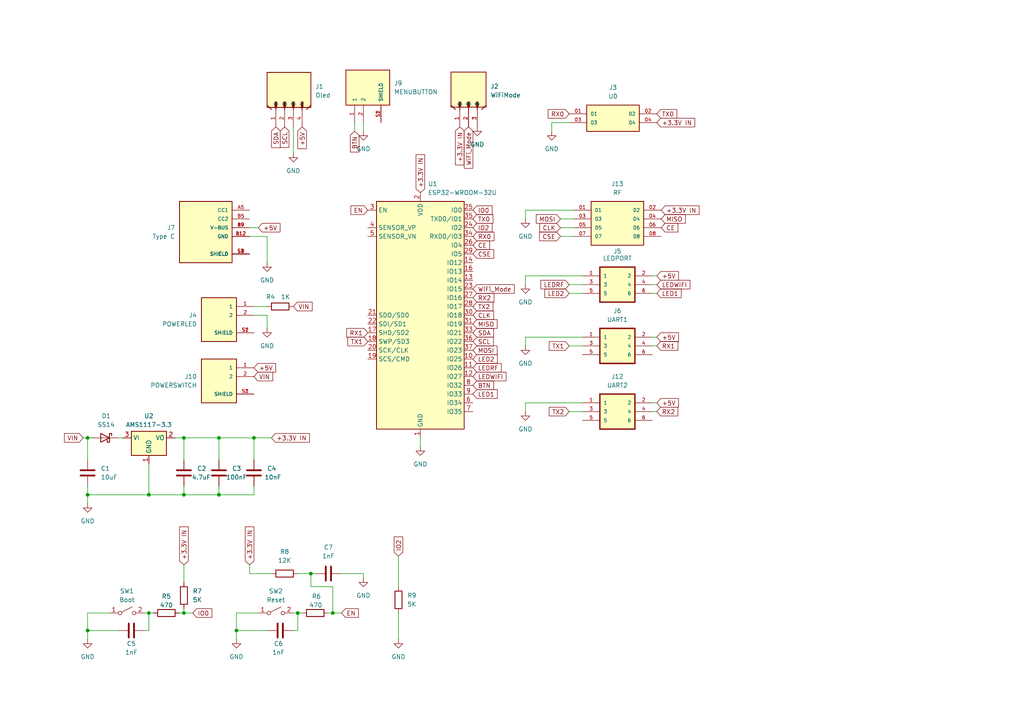
<source format=kicad_sch>
(kicad_sch (version 20231120) (generator "eeschema") (generator_version "8.0")
  (paper "A4")
  (title_block (title "IOT-RF ESP32-WROOM-32U") (date "2024-09-11") (company "Optima Robotics"))
  (lib_symbols
    (symbol "2-1761603-1:2-1761603-1" (pin_names (offset 1.016))
      (property "Reference" "J" (at -5.4277 6.5745 0))
      (property "Value" "2-1761603-1" (at -5.1446 -7.5247 0))
      (symbol "2-1761603-1_0_0"
        (rectangle (start -5.08 -5.08) (end 5.08 5.08) (stroke (width 0.4064)) (fill (type background)))
        (pin passive line (at -10.16 2.54 0) (length 5.08) (name "1") (number "1"))
        (pin passive line (at 10.16 2.54 180) (length 5.08) (name "2") (number "2"))
        (pin passive line (at -10.16 0 0) (length 5.08) (name "3") (number "3"))
        (pin passive line (at 10.16 0 180) (length 5.08) (name "4") (number "4"))
        (pin passive line (at -10.16 -2.54 0) (length 5.08) (name "5") (number "5"))
        (pin passive line (at 10.16 -2.54 180) (length 5.08) (name "6") (number "6"))
      )
    )
    (symbol "DF13A-2P-1.25H_51_:DF13A-2P-1.25H_51_" (pin_names (offset 1.016))
      (property "Reference" "J" (at -5.5856 8.3829 0))
      (property "Value" "DF13A-2P-1.25H_51_" (at -5.4573 -8.6378 0))
      (symbol "DF13A-2P-1.25H_51__0_0"
        (rectangle (start -5.08 -5.08) (end 5.08 7.62) (stroke (width 0.254)) (fill (type background)))
        (pin passive line (at -10.16 5.08 0) (length 5.08) (name "1") (number "1"))
        (pin passive line (at -10.16 2.54 0) (length 5.08) (name "2") (number "2"))
        (pin passive line (at -10.16 -2.54 0) (length 5.08) (name "SHIELD") (number "S1"))
        (pin passive line (at -10.16 -2.54 0) (length 5.08) (name "SHIELD") (number "S2"))
      )
    )
    (symbol "DF13A-3P-1.25H_21_:DF13A-3P-1.25H_21_" (pin_names (offset 1.016))
      (property "Reference" "J" (at -5.58 5.08 0))
      (property "Value" "DF13A-3P-1.25H_21_" (at -5.08 -7.62 0))
      (symbol "DF13A-3P-1.25H_21__0_0"
        (rectangle (start -4.445 -2.8575) (end -2.8575 -2.2225) (stroke (width 0.1)) (fill (type outline)))
        (rectangle (start -4.445 -0.3175) (end -2.8575 0.3175) (stroke (width 0.1)) (fill (type outline)))
        (rectangle (start -4.445 2.2225) (end -2.8575 2.8575) (stroke (width 0.1)) (fill (type outline)))
        (rectangle (start -4.3996 -5.08) (end 5.7604 5.08) (stroke (width 0.254)) (fill (type background)))
        (polyline (pts (xy -5.08 -3.81) (xy -3.81 -5.08)) (stroke (width 0.254)))
        (polyline (pts (xy -5.08 -2.54) (xy -3.175 -2.54)) (stroke (width 0.254)))
        (polyline (pts (xy -5.08 0) (xy -3.175 0)) (stroke (width 0.254)))
        (polyline (pts (xy -5.08 2.54) (xy -3.175 2.54)) (stroke (width 0.254)))
        (polyline (pts (xy -5.08 3.81) (xy -3.81 5.08)) (stroke (width 0.254)))
        (pin passive line (at -10.16 2.54 0) (length 5.08) (name "1") (number "1"))
        (pin passive line (at -10.16 0 0) (length 5.08) (name "2") (number "2"))
        (pin passive line (at -10.16 -2.54 0) (length 5.08) (name "3") (number "3"))
      )
    )
    (symbol "DF13A-4P-1.25H_21_:DF13A-4P-1.25H_21_" (pin_names (offset 1.016))
      (property "Reference" "J" (at -5.58 7.62 0))
      (property "Value" "DF13A-4P-1.25H_21_" (at -5.08 -7.62 0))
      (symbol "DF13A-4P-1.25H_21__0_0"
        (rectangle (start -4.4847 -5.08) (end 5.6753 7.62) (stroke (width 0.254)) (fill (type background)))
        (rectangle (start -4.445 -2.8575) (end -2.8575 -2.2225) (stroke (width 0.1)) (fill (type outline)))
        (rectangle (start -4.445 -0.3175) (end -2.8575 0.3175) (stroke (width 0.1)) (fill (type outline)))
        (rectangle (start -4.445 2.2225) (end -2.8575 2.8575) (stroke (width 0.1)) (fill (type outline)))
        (rectangle (start -4.445 4.7625) (end -2.8575 5.3975) (stroke (width 0.1)) (fill (type outline)))
        (polyline (pts (xy -5.08 -3.81) (xy -3.81 -5.08)) (stroke (width 0.254)))
        (polyline (pts (xy -5.08 -2.54) (xy -3.175 -2.54)) (stroke (width 0.254)))
        (polyline (pts (xy -5.08 0) (xy -3.175 0)) (stroke (width 0.254)))
        (polyline (pts (xy -5.08 2.54) (xy -3.175 2.54)) (stroke (width 0.254)))
        (polyline (pts (xy -5.08 5.08) (xy -3.175 5.08)) (stroke (width 0.254)))
        (polyline (pts (xy -5.08 6.35) (xy -3.81 7.62)) (stroke (width 0.254)))
        (pin passive line (at -10.16 5.08 0) (length 5.08) (name "1") (number "1"))
        (pin passive line (at -10.16 2.54 0) (length 5.08) (name "2") (number "2"))
        (pin passive line (at -10.16 0 0) (length 5.08) (name "3") (number "3"))
        (pin passive line (at -10.16 -2.54 0) (length 5.08) (name "4") (number "4"))
      )
    )
    (symbol "Device:C" (pin_numbers hide) (pin_names (offset 0.254))
      (property "Reference" "C" (at 0.635 2.54 0))
      (property "Value" "C" (at 0.635 -2.54 0))
      (symbol "C_0_1"
        (polyline (pts (xy -2.032 -0.762) (xy 2.032 -0.762)) (stroke (width 0.508)))
        (polyline (pts (xy -2.032 0.762) (xy 2.032 0.762)) (stroke (width 0.508)))
      )
      (symbol "C_1_1"
        (pin passive line (at 0 3.81 270) (length 2.794) (name "~") (number "1"))
        (pin passive line (at 0 -3.81 90) (length 2.794) (name "~") (number "2"))
      )
    )
    (symbol "Device:R" (pin_numbers hide) (pin_names (offset 0))
      (property "Reference" "R" (at 2.032 0 90))
      (property "Value" "R" (at 0 0 90))
      (symbol "R_0_1"
        (rectangle (start -1.016 -2.54) (end 1.016 2.54) (stroke (width 0.254)))
      )
      (symbol "R_1_1"
        (pin passive line (at 0 3.81 270) (length 1.27) (name "~") (number "1"))
        (pin passive line (at 0 -3.81 90) (length 1.27) (name "~") (number "2"))
      )
    )
    (symbol "Diode:SS14" (pin_numbers hide) (pin_names (offset 1.016) hide)
      (property "Reference" "D" (at 0 2.54 0))
      (property "Value" "SS14" (at 0 -2.54 0))
      (symbol "SS14_0_1"
        (polyline (pts (xy 1.27 0) (xy -1.27 0)))
        (polyline (pts (xy 1.27 1.27) (xy 1.27 -1.27) (xy -1.27 0) (xy 1.27 1.27)) (stroke (width 0.254)))
        (polyline (pts (xy -1.905 0.635) (xy -1.905 1.27) (xy -1.27 1.27) (xy -1.27 -1.27) (xy -0.635 -1.27) (xy -0.635 -0.635)) (stroke (width 0.254)))
      )
      (symbol "SS14_1_1"
        (pin passive line (at -3.81 0 0) (length 2.54) (name "K") (number "1"))
        (pin passive line (at 3.81 0 180) (length 2.54) (name "A") (number "2"))
      )
    )
    (symbol "RF_Module:ESP32-WROOM-32U"
      (property "Reference" "U" (at -12.7 34.29 0))
      (property "Value" "ESP32-WROOM-32U" (at 1.27 34.29 0))
      (symbol "ESP32-WROOM-32U_0_1"
        (rectangle (start -12.7 33.02) (end 12.7 -33.02) (stroke (width 0.254)) (fill (type background)))
      )
      (symbol "ESP32-WROOM-32U_1_1"
        (pin power_in line (at 0 -35.56 90) (length 2.54) (name "GND") (number "1"))
        (pin bidirectional line (at 15.24 -12.7 180) (length 2.54) (name "IO25") (number "10"))
        (pin bidirectional line (at 15.24 -15.24 180) (length 2.54) (name "IO26") (number "11"))
        (pin bidirectional line (at 15.24 -17.78 180) (length 2.54) (name "IO27") (number "12"))
        (pin bidirectional line (at 15.24 10.16 180) (length 2.54) (name "IO14") (number "13"))
        (pin bidirectional line (at 15.24 15.24 180) (length 2.54) (name "IO12") (number "14"))
        (pin passive line (at 0 -35.56 90) (length 2.54) hide (name "GND") (number "15"))
        (pin bidirectional line (at 15.24 12.7 180) (length 2.54) (name "IO13") (number "16"))
        (pin bidirectional line (at -15.24 -5.08 0) (length 2.54) (name "SHD/SD2") (number "17"))
        (pin bidirectional line (at -15.24 -7.62 0) (length 2.54) (name "SWP/SD3") (number "18"))
        (pin bidirectional line (at -15.24 -12.7 0) (length 2.54) (name "SCS/CMD") (number "19"))
        (pin power_in line (at 0 35.56 270) (length 2.54) (name "VDD") (number "2"))
        (pin bidirectional line (at -15.24 -10.16 0) (length 2.54) (name "SCK/CLK") (number "20"))
        (pin bidirectional line (at -15.24 0 0) (length 2.54) (name "SDO/SD0") (number "21"))
        (pin bidirectional line (at -15.24 -2.54 0) (length 2.54) (name "SDI/SD1") (number "22"))
        (pin bidirectional line (at 15.24 7.62 180) (length 2.54) (name "IO15") (number "23"))
        (pin bidirectional line (at 15.24 25.4 180) (length 2.54) (name "IO2") (number "24"))
        (pin bidirectional line (at 15.24 30.48 180) (length 2.54) (name "IO0") (number "25"))
        (pin bidirectional line (at 15.24 20.32 180) (length 2.54) (name "IO4") (number "26"))
        (pin bidirectional line (at 15.24 5.08 180) (length 2.54) (name "IO16") (number "27"))
        (pin bidirectional line (at 15.24 2.54 180) (length 2.54) (name "IO17") (number "28"))
        (pin bidirectional line (at 15.24 17.78 180) (length 2.54) (name "IO5") (number "29"))
        (pin input line (at -15.24 30.48 0) (length 2.54) (name "EN") (number "3"))
        (pin bidirectional line (at 15.24 0 180) (length 2.54) (name "IO18") (number "30"))
        (pin bidirectional line (at 15.24 -2.54 180) (length 2.54) (name "IO19") (number "31"))
        (pin no_connect line (at -12.7 -27.94 0) (length 2.54) hide (name "NC") (number "32"))
        (pin bidirectional line (at 15.24 -5.08 180) (length 2.54) (name "IO21") (number "33"))
        (pin bidirectional line (at 15.24 22.86 180) (length 2.54) (name "RXD0/IO3") (number "34"))
        (pin bidirectional line (at 15.24 27.94 180) (length 2.54) (name "TXD0/IO1") (number "35"))
        (pin bidirectional line (at 15.24 -7.62 180) (length 2.54) (name "IO22") (number "36"))
        (pin bidirectional line (at 15.24 -10.16 180) (length 2.54) (name "IO23") (number "37"))
        (pin passive line (at 0 -35.56 90) (length 2.54) hide (name "GND") (number "38"))
        (pin passive line (at 0 -35.56 90) (length 2.54) hide (name "GND") (number "39"))
        (pin input line (at -15.24 25.4 0) (length 2.54) (name "SENSOR_VP") (number "4"))
        (pin input line (at -15.24 22.86 0) (length 2.54) (name "SENSOR_VN") (number "5"))
        (pin input line (at 15.24 -25.4 180) (length 2.54) (name "IO34") (number "6"))
        (pin input line (at 15.24 -27.94 180) (length 2.54) (name "IO35") (number "7"))
        (pin bidirectional line (at 15.24 -20.32 180) (length 2.54) (name "IO32") (number "8"))
        (pin bidirectional line (at 15.24 -22.86 180) (length 2.54) (name "IO33") (number "9"))
      )
    )
    (symbol "RSM-102-02-S-D:RSM-102-02-S-D" (pin_names (offset 1.016))
      (property "Reference" "J" (at -8.12 3.656 0))
      (property "Value" "RSM-102-02-S-D" (at -7.62 -7.62 0))
      (symbol "RSM-102-02-S-D_0_0"
        (rectangle (start -7.62 -5.08) (end 7.62 2.54) (stroke (width 0.254)) (fill (type background)))
        (pin passive line (at -12.7 0 0) (length 5.08) (name "01") (number "01"))
        (pin passive line (at 12.7 0 180) (length 5.08) (name "02") (number "02"))
        (pin passive line (at -12.7 -2.54 0) (length 5.08) (name "03") (number "03"))
        (pin passive line (at 12.7 -2.54 180) (length 5.08) (name "04") (number "04"))
      )
    )
    (symbol "Regulator_Linear:AMS1117-3.3"
      (property "Reference" "U" (at -3.81 3.175 0))
      (property "Value" "AMS1117-3.3" (at 0 3.175 0))
      (symbol "AMS1117-3.3_0_1"
        (rectangle (start -5.08 -5.08) (end 5.08 1.905) (stroke (width 0.254)) (fill (type background)))
      )
      (symbol "AMS1117-3.3_1_1"
        (pin power_in line (at 0 -7.62 90) (length 2.54) (name "GND") (number "1"))
        (pin power_out line (at 7.62 0 180) (length 2.54) (name "VO") (number "2"))
        (pin power_in line (at -7.62 0 0) (length 2.54) (name "VI") (number "3"))
      )
    )
    (symbol "Switch:SW_SPST" (pin_names (offset 0) hide)
      (property "Reference" "SW" (at 0 3.175 0))
      (property "Value" "SW_SPST" (at 0 -2.54 0))
      (symbol "SW_SPST_0_0"
        (circle (center -2.032 0) (radius 0.508))
        (polyline (pts (xy -1.524 0.254) (xy 1.524 1.778)))
        (circle (center 2.032 0) (radius 0.508))
      )
      (symbol "SW_SPST_1_1"
        (pin passive line (at -5.08 0 0) (length 2.54) (name "A") (number "1"))
        (pin passive line (at 5.08 0 180) (length 2.54) (name "B") (number "2"))
      )
    )
    (symbol "TSS-104-01-G-D:TSS-104-01-G-D" (pin_names (offset 1.016))
      (property "Reference" "J" (at -8.12 7.62 0))
      (property "Value" "TSS-104-01-G-D" (at -7.62 -7.62 0))
      (symbol "TSS-104-01-G-D_0_0"
        (rectangle (start -7.62 -5.08) (end 7.62 7.62) (stroke (width 0.254)) (fill (type background)))
        (pin passive line (at -12.7 5.08 0) (length 5.08) (name "01") (number "01"))
        (pin passive line (at 12.7 5.08 180) (length 5.08) (name "02") (number "02"))
        (pin passive line (at -12.7 2.54 0) (length 5.08) (name "03") (number "03"))
        (pin passive line (at 12.7 2.54 180) (length 5.08) (name "04") (number "04"))
        (pin passive line (at -12.7 0 0) (length 5.08) (name "05") (number "05"))
        (pin passive line (at 12.7 0 180) (length 5.08) (name "06") (number "06"))
        (pin passive line (at -12.7 -2.54 0) (length 5.08) (name "07") (number "07"))
        (pin passive line (at 12.7 -2.54 180) (length 5.08) (name "08") (number "08"))
      )
    )
    (symbol "UJC-HP-3-SMT-TR:UJC-HP-3-SMT-TR" (pin_names (offset 1.016))
      (property "Reference" "J" (at -7.62 8.89 0))
      (property "Value" "UJC-HP-3-SMT-TR" (at -7.62 -11.43 0))
      (symbol "UJC-HP-3-SMT-TR_0_0"
        (rectangle (start -7.62 -10.16) (end 7.62 7.62) (stroke (width 0.254)) (fill (type background)))
        (pin power_in line (at -12.7 -2.54 0) (length 5.08) (name "GND") (number "A12"))
        (pin bidirectional line (at -12.7 5.08 0) (length 5.08) (name "CC1") (number "A5"))
        (pin power_in line (at -12.7 0 0) (length 5.08) (name "V-BUS") (number "A9"))
        (pin power_in line (at -12.7 -2.54 0) (length 5.08) (name "GND") (number "B12"))
        (pin bidirectional line (at -12.7 2.54 0) (length 5.08) (name "CC2") (number "B5"))
        (pin power_in line (at -12.7 0 0) (length 5.08) (name "V-BUS") (number "B9"))
        (pin passive line (at -12.7 -7.62 0) (length 5.08) (name "SHIELD") (number "S1"))
        (pin passive line (at -12.7 -7.62 0) (length 5.08) (name "SHIELD") (number "S2"))
        (pin passive line (at -12.7 -7.62 0) (length 5.08) (name "SHIELD") (number "S3"))
        (pin passive line (at -12.7 -7.62 0) (length 5.08) (name "SHIELD") (number "S4"))
      )
    )
    (symbol "power:GND" (power) (pin_numbers hide) (pin_names (offset 0) hide)
      (property "Value" "GND" (at 0 -3.81 0))
      (symbol "GND_0_1"
        (polyline (pts (xy 0 0) (xy 0 -1.27) (xy 1.27 -1.27) (xy 0 -2.54) (xy -1.27 -1.27) (xy 0 -1.27)))
      )
      (symbol "GND_1_1"
        (pin power_in line (at 0 0 270) (length 0) (name "~") (number "1"))
      )
    )
  )
  (junction (at 43.18 177.8))
  (junction (at 25.4 127))
  (junction (at 63.5 143.51))
  (junction (at 53.34 143.51))
  (junction (at 73.66 127))
  (junction (at 96.52 177.8))
  (junction (at 53.34 177.8))
  (junction (at 25.4 143.51))
  (junction (at 68.58 182.88))
  (junction (at 90.17 166.37))
  (junction (at 86.36 177.8))
  (junction (at 25.4 182.88))
  (junction (at 43.18 143.51))
  (junction (at 53.34 127))
  (junction (at 63.5 127))
  (wire (pts (xy 25.4 127) (xy 26.67 127)))
  (wire (pts (xy 168.91 119.38) (xy 165.1 119.38)))
  (wire (pts (xy 72.39 166.37) (xy 78.74 166.37)))
  (wire (pts (xy 73.66 140.97) (xy 73.66 143.51)))
  (wire (pts (xy 168.91 82.55) (xy 165.1 82.55)))
  (wire (pts (xy 63.5 127) (xy 73.66 127)))
  (wire (pts (xy 25.4 127) (xy 25.4 133.35)))
  (wire (pts (xy 73.66 91.44) (xy 77.47 91.44)))
  (wire (pts (xy 53.34 177.8) (xy 52.07 177.8)))
  (wire (pts (xy 90.17 166.37) (xy 91.44 166.37)))
  (wire (pts (xy 85.09 44.45) (xy 85.09 36.83)))
  (wire (pts (xy 166.37 63.5) (xy 162.56 63.5)))
  (wire (pts (xy 77.47 91.44) (xy 77.47 95.25)))
  (wire (pts (xy 152.4 60.96) (xy 166.37 60.96)))
  (wire (pts (xy 63.5 143.51) (xy 73.66 143.51)))
  (wire (pts (xy 31.75 177.8) (xy 25.4 177.8)))
  (wire (pts (xy 43.18 134.62) (xy 43.18 143.51)))
  (wire (pts (xy 160.02 35.56) (xy 165.1 35.56)))
  (wire (pts (xy 105.41 166.37) (xy 105.41 167.64)))
  (wire (pts (xy 160.02 38.1) (xy 160.02 35.56)))
  (wire (pts (xy 90.17 166.37) (xy 90.17 170.18)))
  (wire (pts (xy 43.18 143.51) (xy 53.34 143.51)))
  (wire (pts (xy 121.92 127) (xy 121.92 129.54)))
  (wire (pts (xy 96.52 170.18) (xy 96.52 177.8)))
  (wire (pts (xy 25.4 177.8) (xy 25.4 182.88)))
  (wire (pts (xy 68.58 182.88) (xy 77.47 182.88)))
  (wire (pts (xy 115.57 177.8) (xy 115.57 185.42)))
  (wire (pts (xy 85.09 182.88) (xy 86.36 182.88)))
  (wire (pts (xy 90.17 170.18) (xy 96.52 170.18)))
  (wire (pts (xy 43.18 177.8) (xy 44.45 177.8)))
  (wire (pts (xy 53.34 127) (xy 53.34 133.35)))
  (wire (pts (xy 168.91 100.33) (xy 165.1 100.33)))
  (wire (pts (xy 63.5 127) (xy 53.34 127)))
  (wire (pts (xy 53.34 176.53) (xy 53.34 177.8)))
  (wire (pts (xy 53.34 143.51) (xy 53.34 140.97)))
  (wire (pts (xy 189.23 100.33) (xy 190.5 100.33)))
  (wire (pts (xy 73.66 88.9) (xy 77.47 88.9)))
  (wire (pts (xy 72.39 163.83) (xy 72.39 166.37)))
  (wire (pts (xy 152.4 82.55) (xy 152.4 80.01)))
  (wire (pts (xy 99.06 166.37) (xy 105.41 166.37)))
  (wire (pts (xy 152.4 80.01) (xy 168.91 80.01)))
  (wire (pts (xy 86.36 182.88) (xy 86.36 177.8)))
  (wire (pts (xy 53.34 163.83) (xy 53.34 168.91)))
  (wire (pts (xy 25.4 182.88) (xy 25.4 185.42)))
  (wire (pts (xy 24.13 127) (xy 25.4 127)))
  (wire (pts (xy 86.36 177.8) (xy 87.63 177.8)))
  (wire (pts (xy 152.4 63.5) (xy 152.4 60.96)))
  (wire (pts (xy 189.23 116.84) (xy 190.5 116.84)))
  (wire (pts (xy 102.87 35.56) (xy 102.87 38.1)))
  (wire (pts (xy 41.91 177.8) (xy 43.18 177.8)))
  (wire (pts (xy 168.91 85.09) (xy 165.1 85.09)))
  (wire (pts (xy 55.88 177.8) (xy 53.34 177.8)))
  (wire (pts (xy 168.91 116.84) (xy 152.4 116.84)))
  (wire (pts (xy 73.66 127) (xy 73.66 133.35)))
  (wire (pts (xy 189.23 97.79) (xy 190.5 97.79)))
  (wire (pts (xy 189.23 119.38) (xy 190.5 119.38)))
  (wire (pts (xy 168.91 97.79) (xy 152.4 97.79)))
  (wire (pts (xy 189.23 82.55) (xy 190.5 82.55)))
  (wire (pts (xy 99.06 177.8) (xy 96.52 177.8)))
  (wire (pts (xy 152.4 97.79) (xy 152.4 100.33)))
  (wire (pts (xy 68.58 182.88) (xy 68.58 185.42)))
  (wire (pts (xy 86.36 166.37) (xy 90.17 166.37)))
  (wire (pts (xy 166.37 68.58) (xy 162.56 68.58)))
  (wire (pts (xy 34.29 127) (xy 35.56 127)))
  (wire (pts (xy 63.5 140.97) (xy 63.5 143.51)))
  (wire (pts (xy 105.41 35.56) (xy 105.41 38.1)))
  (wire (pts (xy 72.39 66.04) (xy 74.93 66.04)))
  (wire (pts (xy 63.5 143.51) (xy 53.34 143.51)))
  (wire (pts (xy 50.8 127) (xy 53.34 127)))
  (wire (pts (xy 77.47 68.58) (xy 77.47 76.2)))
  (wire (pts (xy 152.4 116.84) (xy 152.4 119.38)))
  (wire (pts (xy 41.91 182.88) (xy 43.18 182.88)))
  (wire (pts (xy 63.5 133.35) (xy 63.5 127)))
  (wire (pts (xy 189.23 80.01) (xy 190.5 80.01)))
  (wire (pts (xy 25.4 143.51) (xy 25.4 146.05)))
  (wire (pts (xy 96.52 177.8) (xy 95.25 177.8)))
  (wire (pts (xy 43.18 182.88) (xy 43.18 177.8)))
  (wire (pts (xy 74.93 177.8) (xy 68.58 177.8)))
  (wire (pts (xy 25.4 143.51) (xy 43.18 143.51)))
  (wire (pts (xy 25.4 182.88) (xy 34.29 182.88)))
  (wire (pts (xy 73.66 127) (xy 78.74 127)))
  (wire (pts (xy 85.09 177.8) (xy 86.36 177.8)))
  (wire (pts (xy 68.58 177.8) (xy 68.58 182.88)))
  (wire (pts (xy 166.37 66.04) (xy 162.56 66.04)))
  (wire (pts (xy 72.39 68.58) (xy 77.47 68.58)))
  (wire (pts (xy 25.4 140.97) (xy 25.4 143.51)))
  (wire (pts (xy 189.23 85.09) (xy 190.5 85.09)))
  (wire (pts (xy 115.57 161.29) (xy 115.57 170.18)))
  (global_label "SDA" (shape input) (at 80.01 36.83 270) (property "Intersheetrefs" "${INTERSHEET_REFS}" (effects (hide yes))))
  (global_label "RX2" (shape input) (at 190.5 119.38 0) (property "Intersheetrefs" "${INTERSHEET_REFS}" (effects (hide yes))))
  (global_label "EN" (shape input) (at 99.06 177.8 0) (property "Intersheetrefs" "${INTERSHEET_REFS}" (effects (hide yes))))
  (global_label "+3.3V IN" (shape input) (at 190.5 35.56 0) (property "Intersheetrefs" "${INTERSHEET_REFS}" (effects (hide yes))))
  (global_label "+5V" (shape input) (at 74.93 66.04 0) (property "Intersheetrefs" "${INTERSHEET_REFS}" (effects (hide yes))))
  (global_label "+5V" (shape input) (at 73.66 106.68 0) (property "Intersheetrefs" "${INTERSHEET_REFS}" (effects (hide yes))))
  (global_label "LED2" (shape input) (at 165.1 85.09 180) (property "Intersheetrefs" "${INTERSHEET_REFS}" (effects (hide yes))))
  (global_label "TX2" (shape input) (at 137.16 88.9 0) (property "Intersheetrefs" "${INTERSHEET_REFS}" (effects (hide yes))))
  (global_label "LEDWIFI" (shape input) (at 190.5 82.55 0) (property "Intersheetrefs" "${INTERSHEET_REFS}" (effects (hide yes))))
  (global_label "CE" (shape input) (at 137.16 71.12 0) (property "Intersheetrefs" "${INTERSHEET_REFS}" (effects (hide yes))))
  (global_label "+3.3V IN" (shape input) (at 191.77 60.96 0) (property "Intersheetrefs" "${INTERSHEET_REFS}" (effects (hide yes))))
  (global_label "WiFi_Mode" (shape input) (at 135.89 36.83 270) (property "Intersheetrefs" "${INTERSHEET_REFS}" (effects (hide yes))))
  (global_label "RX2" (shape input) (at 137.16 86.36 0) (property "Intersheetrefs" "${INTERSHEET_REFS}" (effects (hide yes))))
  (global_label "CLK" (shape input) (at 137.16 91.44 0) (property "Intersheetrefs" "${INTERSHEET_REFS}" (effects (hide yes))))
  (global_label "CE" (shape input) (at 191.77 66.04 0) (property "Intersheetrefs" "${INTERSHEET_REFS}" (effects (hide yes))))
  (global_label "RX1" (shape input) (at 106.68 96.52 180) (property "Intersheetrefs" "${INTERSHEET_REFS}" (effects (hide yes))))
  (global_label "VIN" (shape input) (at 73.66 109.22 0) (property "Intersheetrefs" "${INTERSHEET_REFS}" (effects (hide yes))))
  (global_label "RX0" (shape input) (at 137.16 68.58 0) (property "Intersheetrefs" "${INTERSHEET_REFS}" (effects (hide yes))))
  (global_label "MOSI" (shape input) (at 162.56 63.5 180) (property "Intersheetrefs" "${INTERSHEET_REFS}" (effects (hide yes))))
  (global_label "+5V" (shape input) (at 190.5 116.84 0) (property "Intersheetrefs" "${INTERSHEET_REFS}" (effects (hide yes))))
  (global_label "LEDRF" (shape input) (at 165.1 82.55 180) (property "Intersheetrefs" "${INTERSHEET_REFS}" (effects (hide yes))))
  (global_label "LED2" (shape input) (at 137.16 104.14 0) (property "Intersheetrefs" "${INTERSHEET_REFS}" (effects (hide yes))))
  (global_label "LED1" (shape input) (at 190.5 85.09 0) (property "Intersheetrefs" "${INTERSHEET_REFS}" (effects (hide yes))))
  (global_label "SCL" (shape input) (at 82.55 36.83 270) (property "Intersheetrefs" "${INTERSHEET_REFS}" (effects (hide yes))))
  (global_label "+3.3V IN" (shape input) (at 121.92 55.88 90) (property "Intersheetrefs" "${INTERSHEET_REFS}" (effects (hide yes))))
  (global_label "SCL" (shape input) (at 137.16 99.06 0) (property "Intersheetrefs" "${INTERSHEET_REFS}" (effects (hide yes))))
  (global_label "TX0" (shape input) (at 190.5 33.02 0) (property "Intersheetrefs" "${INTERSHEET_REFS}" (effects (hide yes))))
  (global_label "+5V" (shape input) (at 190.5 97.79 0) (property "Intersheetrefs" "${INTERSHEET_REFS}" (effects (hide yes))))
  (global_label "RX1" (shape input) (at 190.5 100.33 0) (property "Intersheetrefs" "${INTERSHEET_REFS}" (effects (hide yes))))
  (global_label "CLK" (shape input) (at 162.56 66.04 180) (property "Intersheetrefs" "${INTERSHEET_REFS}" (effects (hide yes))))
  (global_label "IO2" (shape input) (at 115.57 161.29 90) (property "Intersheetrefs" "${INTERSHEET_REFS}" (effects (hide yes))))
  (global_label "TX2" (shape input) (at 165.1 119.38 180) (property "Intersheetrefs" "${INTERSHEET_REFS}" (effects (hide yes))))
  (global_label "+3.3V IN" (shape input) (at 53.34 163.83 90) (property "Intersheetrefs" "${INTERSHEET_REFS}" (effects (hide yes))))
  (global_label "IO0" (shape input) (at 55.88 177.8 0) (property "Intersheetrefs" "${INTERSHEET_REFS}" (effects (hide yes))))
  (global_label "MISO" (shape input) (at 137.16 93.98 0) (property "Intersheetrefs" "${INTERSHEET_REFS}" (effects (hide yes))))
  (global_label "IO2" (shape input) (at 137.16 66.04 0) (property "Intersheetrefs" "${INTERSHEET_REFS}" (effects (hide yes))))
  (global_label "LEDRF" (shape input) (at 137.16 106.68 0) (property "Intersheetrefs" "${INTERSHEET_REFS}" (effects (hide yes))))
  (global_label "IO0" (shape input) (at 137.16 60.96 0) (property "Intersheetrefs" "${INTERSHEET_REFS}" (effects (hide yes))))
  (global_label "TX0" (shape input) (at 137.16 63.5 0) (property "Intersheetrefs" "${INTERSHEET_REFS}" (effects (hide yes))))
  (global_label "EN" (shape input) (at 106.68 60.96 180) (property "Intersheetrefs" "${INTERSHEET_REFS}" (effects (hide yes))))
  (global_label "BTN" (shape input) (at 102.87 38.1 270) (property "Intersheetrefs" "${INTERSHEET_REFS}" (effects (hide yes))))
  (global_label "CSE" (shape input) (at 162.56 68.58 180) (property "Intersheetrefs" "${INTERSHEET_REFS}" (effects (hide yes))))
  (global_label "+5V" (shape input) (at 87.63 36.83 270) (property "Intersheetrefs" "${INTERSHEET_REFS}" (effects (hide yes))))
  (global_label "RX0" (shape input) (at 165.1 33.02 180) (property "Intersheetrefs" "${INTERSHEET_REFS}" (effects (hide yes))))
  (global_label "LEDWIFI" (shape input) (at 137.16 109.22 0) (property "Intersheetrefs" "${INTERSHEET_REFS}" (effects (hide yes))))
  (global_label "TX1" (shape input) (at 165.1 100.33 180) (property "Intersheetrefs" "${INTERSHEET_REFS}" (effects (hide yes))))
  (global_label "LED1" (shape input) (at 137.16 114.3 0) (property "Intersheetrefs" "${INTERSHEET_REFS}" (effects (hide yes))))
  (global_label "+3.3V IN" (shape input) (at 133.35 36.83 270) (property "Intersheetrefs" "${INTERSHEET_REFS}" (effects (hide yes))))
  (global_label "WiFi_Mode" (shape input) (at 137.16 83.82 0) (property "Intersheetrefs" "${INTERSHEET_REFS}" (effects (hide yes))))
  (global_label "MOSI" (shape input) (at 137.16 101.6 0) (property "Intersheetrefs" "${INTERSHEET_REFS}" (effects (hide yes))))
  (global_label "CSE" (shape input) (at 137.16 73.66 0) (property "Intersheetrefs" "${INTERSHEET_REFS}" (effects (hide yes))))
  (global_label "SDA" (shape input) (at 137.16 96.52 0) (property "Intersheetrefs" "${INTERSHEET_REFS}" (effects (hide yes))))
  (global_label "BTN" (shape input) (at 137.16 111.76 0) (property "Intersheetrefs" "${INTERSHEET_REFS}" (effects (hide yes))))
  (global_label "+3.3V IN" (shape input) (at 78.74 127 0) (property "Intersheetrefs" "${INTERSHEET_REFS}" (effects (hide yes))))
  (global_label "VIN" (shape input) (at 24.13 127 180) (property "Intersheetrefs" "${INTERSHEET_REFS}" (effects (hide yes))))
  (global_label "VIN" (shape input) (at 85.09 88.9 0) (property "Intersheetrefs" "${INTERSHEET_REFS}" (effects (hide yes))))
  (global_label "TX1" (shape input) (at 106.68 99.06 180) (property "Intersheetrefs" "${INTERSHEET_REFS}" (effects (hide yes))))
  (global_label "MISO" (shape input) (at 191.77 63.5 0) (property "Intersheetrefs" "${INTERSHEET_REFS}" (effects (hide yes))))
  (global_label "+3.3V IN" (shape input) (at 72.39 163.83 90) (property "Intersheetrefs" "${INTERSHEET_REFS}" (effects (hide yes))))
  (global_label "+5V" (shape input) (at 190.5 80.01 0) (property "Intersheetrefs" "${INTERSHEET_REFS}" (effects (hide yes))))
  (symbol (lib_id "power:GND") (at 152.4 119.38 0) (unit 1)
    (property "Reference" "#PWR014" (effects (hide yes)))
    (property "Value" "GND" (at 152.4 124.46 0))
    (property "Description" "Power symbol creates a global label with name \"GND\" , ground" (effects (hide yes)))
  )
  (symbol (lib_id "Device:R") (at 115.57 173.99 0) (unit 1)
    (property "Reference" "R9" (at 118.11 172.7199 0) (effects (justify left)))
    (property "Value" "5K" (at 118.11 175.2599 0) (effects (justify left)))
    (property "Footprint" "Resistor_SMD:R_0805_2012Metric" (effects (hide yes)))
    (property "Description" "Resistor" (effects (hide yes)))
  )
  (symbol (lib_id "Device:R") (at 48.26 177.8 270) (unit 1)
    (property "Reference" "R5" (at 48.26 172.974 90))
    (property "Value" "470" (at 48.26 175.514 90))
    (property "Footprint" "Resistor_SMD:R_0805_2012Metric_Pad1.20x1.40mm_HandSolder" (effects (hide yes)))
    (property "Description" "Resistor" (effects (hide yes)))
  )
  (symbol (lib_id "DF13A-2P-1.25H_51_:DF13A-2P-1.25H_51_") (at 63.5 93.98 0) (mirror y) (unit 1)
    (property "Reference" "J4" (at 57.15 91.4399 0) (effects (justify left)))
    (property "Value" "POWERLED" (at 57.15 93.9799 0) (effects (justify left)))
    (property "Footprint" "DF13A-2P-1.25H_51_:HRS_DF13A-2P-1.25H_51_" (effects (hide yes)))
    (property "MF" "Hirose Electric Co Ltd" (effects (hide yes)))
    (property "MAXIMUM_PACKAGE_HEIGHT" "3.6mm" (effects (hide yes)))
    (property "Package" "None" (effects (hide yes)))
    (property "Price" "None" (effects (hide yes)))
    (property "Check_prices" "https://www.snapeda.com/parts/DF13A-2P-1.25H(51)/Hirose+Electric+Co+Ltd/view-part/?ref=eda" (effects (hide yes)))
    (property "STANDARD" "Manufacturer Recommendations" (effects (hide yes)))
    (property "PARTREV" "March 2020" (effects (hide yes)))
    (property "SnapEDA_Link" "https://www.snapeda.com/parts/DF13A-2P-1.25H(51)/Hirose+Electric+Co+Ltd/view-part/?ref=snap" (effects (hide yes)))
    (property "MP" "DF13A-2P-1.25H(51)" (effects (hide yes)))
    (property "Description_1" "\nConnector Header Surface Mount, Right Angle 2 position 0.049 (1.25mm)\n" (effects (hide yes)))
    (property "Availability" "In Stock" (effects (hide yes)))
    (property "MANUFACTURER" "Hirose Electric Co Ltd" (effects (hide yes)))
  )
  (symbol (lib_id "Device:C") (at 38.1 182.88 270) (unit 1)
    (property "Reference" "C5" (at 38.1 186.69 90))
    (property "Value" "1nF" (at 38.1 189.23 90))
    (property "Footprint" "Capacitor_SMD:C_0805_2012Metric_Pad1.18x1.45mm_HandSolder" (effects (hide yes)))
    (property "Description" "Unpolarized capacitor" (effects (hide yes)))
  )
  (symbol (lib_id "Device:C") (at 95.25 166.37 90) (unit 1)
    (property "Reference" "C7" (at 95.25 158.75 90))
    (property "Value" "1nF" (at 95.25 161.29 90))
    (property "Footprint" "Capacitor_SMD:C_0805_2012Metric_Pad1.18x1.45mm_HandSolder" (effects (hide yes)))
    (property "Description" "Unpolarized capacitor" (effects (hide yes)))
  )
  (symbol (lib_id "power:GND") (at 77.47 76.2 0) (unit 1)
    (property "Reference" "#PWR011" (effects (hide yes)))
    (property "Value" "GND" (at 77.47 81.28 0))
    (property "Description" "Power symbol creates a global label with name \"GND\" , ground" (effects (hide yes)))
  )
  (symbol (lib_id "power:GND") (at 77.47 95.25 0) (unit 1)
    (property "Reference" "#PWR016" (effects (hide yes)))
    (property "Value" "GND" (at 77.47 100.33 0))
    (property "Description" "Power symbol creates a global label with name \"GND\" , ground" (effects (hide yes)))
  )
  (symbol (lib_id "power:GND") (at 152.4 63.5 0) (unit 1)
    (property "Reference" "#PWR06" (effects (hide yes)))
    (property "Value" "GND" (at 152.4 68.58 0))
    (property "Description" "Power symbol creates a global label with name \"GND\" , ground" (effects (hide yes)))
  )
  (symbol (lib_id "Device:R") (at 53.34 172.72 0) (unit 1)
    (property "Reference" "R7" (at 55.88 171.4499 0) (effects (justify left)))
    (property "Value" "5K" (at 55.88 173.9899 0) (effects (justify left)))
    (property "Footprint" "Resistor_SMD:R_0805_2012Metric_Pad1.20x1.40mm_HandSolder" (effects (hide yes)))
    (property "Description" "Resistor" (effects (hide yes)))
  )
  (symbol (lib_id "power:GND") (at 105.41 167.64 0) (unit 1)
    (property "Reference" "#PWR04" (effects (hide yes)))
    (property "Value" "GND" (at 105.41 172.72 0))
    (property "Description" "Power symbol creates a global label with name \"GND\" , ground" (effects (hide yes)))
  )
  (symbol (lib_id "DF13A-4P-1.25H_21_:DF13A-4P-1.25H_21_") (at 85.09 26.67 90) (unit 1)
    (property "Reference" "J1" (at 91.44 25.1022 90) (effects (justify right)))
    (property "Value" "Oled" (at 91.44 27.6422 90) (effects (justify right)))
    (property "Footprint" "DF13A-4P-1.25H_21_:HRS_DF13A-4P-1.25H_21_" (effects (hide yes)))
    (property "MF" "Hirose Electric Co Ltd" (effects (hide yes)))
    (property "Description_1" "\nConnector Header Surface Mount, Right Angle 4 position 0.049 (1.25mm)\n" (effects (hide yes)))
    (property "Package" "None" (effects (hide yes)))
    (property "Price" "None" (effects (hide yes)))
    (property "Check_prices" "https://www.snapeda.com/parts/DF13A-4P-1.25H(21)/Hirose+Electric+Co+Ltd/view-part/?ref=eda" (effects (hide yes)))
    (property "SnapEDA_Link" "https://www.snapeda.com/parts/DF13A-4P-1.25H(21)/Hirose+Electric+Co+Ltd/view-part/?ref=snap" (effects (hide yes)))
    (property "MP" "DF13A-4P-1.25H(21)" (effects (hide yes)))
    (property "Availability" "In Stock" (effects (hide yes)))
    (property "MANUFACTURER" "HRS" (effects (hide yes)))
  )
  (symbol (lib_id "Device:C") (at 25.4 137.16 0) (unit 1)
    (property "Reference" "C1" (at 29.21 135.8899 0) (effects (justify left)))
    (property "Value" "10uF" (at 29.21 138.4299 0) (effects (justify left)))
    (property "Footprint" "Capacitor_SMD:C_0805_2012Metric_Pad1.18x1.45mm_HandSolder" (effects (hide yes)))
    (property "Description" "Unpolarized capacitor" (effects (hide yes)))
  )
  (symbol (lib_id "DF13A-2P-1.25H_51_:DF13A-2P-1.25H_51_") (at 107.95 25.4 90) (unit 1)
    (property "Reference" "J9" (at 114.3 24.1299 90) (effects (justify right)))
    (property "Value" "MENUBUTTON" (at 114.3 26.6699 90) (effects (justify right)))
    (property "Footprint" "DF13A-2P-1.25H_51_:HRS_DF13A-2P-1.25H_51_" (effects (hide yes)))
    (property "MF" "Hirose Electric Co Ltd" (effects (hide yes)))
    (property "MAXIMUM_PACKAGE_HEIGHT" "3.6mm" (effects (hide yes)))
    (property "Package" "None" (effects (hide yes)))
    (property "Price" "None" (effects (hide yes)))
    (property "Check_prices" "https://www.snapeda.com/parts/DF13A-2P-1.25H(51)/Hirose+Electric+Co+Ltd/view-part/?ref=eda" (effects (hide yes)))
    (property "STANDARD" "Manufacturer Recommendations" (effects (hide yes)))
    (property "PARTREV" "March 2020" (effects (hide yes)))
    (property "SnapEDA_Link" "https://www.snapeda.com/parts/DF13A-2P-1.25H(51)/Hirose+Electric+Co+Ltd/view-part/?ref=snap" (effects (hide yes)))
    (property "MP" "DF13A-2P-1.25H(51)" (effects (hide yes)))
    (property "Description_1" "\nConnector Header Surface Mount, Right Angle 2 position 0.049 (1.25mm)\n" (effects (hide yes)))
    (property "Availability" "In Stock" (effects (hide yes)))
    (property "MANUFACTURER" "Hirose Electric Co Ltd" (effects (hide yes)))
  )
  (symbol (lib_id "Device:R") (at 81.28 88.9 90) (unit 1)
    (property "Reference" "R4" (at 78.486 86.106 90))
    (property "Value" "1K" (at 82.804 86.106 90))
    (property "Footprint" "Resistor_SMD:R_0805_2012Metric_Pad1.20x1.40mm_HandSolder" (effects (hide yes)))
    (property "Description" "Resistor" (effects (hide yes)))
  )
  (symbol (lib_id "Device:C") (at 53.34 137.16 0) (unit 1)
    (property "Reference" "C2" (at 57.15 135.8899 0) (effects (justify left)))
    (property "Value" "4.7uF" (at 55.626 138.43 0) (effects (justify left)))
    (property "Footprint" "Capacitor_SMD:C_0805_2012Metric_Pad1.18x1.45mm_HandSolder" (effects (hide yes)))
    (property "Description" "Unpolarized capacitor" (effects (hide yes)))
  )
  (symbol (lib_id "2-1761603-1:2-1761603-1") (at 179.07 82.55 0) (unit 1)
    (property "Reference" "J5" (at 179.07 72.898 0))
    (property "Value" "LEDPORT" (at 179.07 74.93 0))
    (property "Footprint" "2-1761603-1:TE_2-1761603-1" (effects (hide yes)))
    (property "Check_prices" "https://www.snapeda.com/parts/2-1761603-1/TE+Connectivity+AMP+Connectors/view-part/?ref=eda" (effects (hide yes)))
    (property "Package" "None" (effects (hide yes)))
    (property "STANDARD" "Manufacturer Recommendations" (effects (hide yes)))
    (property "PARTREV" "B1" (effects (hide yes)))
    (property "SnapEDA_Link" "https://www.snapeda.com/parts/2-1761603-1/TE+Connectivity+AMP+Connectors/view-part/?ref=snap" (effects (hide yes)))
    (property "Purchase-URL" "https://www.snapeda.com/api/url_track_click_mouser/?unipart_id=519592&manufacturer=TE Connectivity&part_name=2-1761603-1&search_term=idc 6 pin" (effects (hide yes)))
    (property "Number_of_Positions" "6" (effects (hide yes)))
    (property "MANUFACTURER" "TE" (effects (hide yes)))
    (property "Comment" "2-1761603-1" (effects (hide yes)))
    (property "MF" "TE Connectivity" (effects (hide yes)))
    (property "Product_Type" "Connector" (effects (hide yes)))
    (property "Description_1" "\nHEADER, PIN, IDC, AMP-LATCH, 6 POS, LOW PROFILE, PCB, VERTICAL, BLUE | TE Connectivity 2-1761603-1\n" (effects (hide yes)))
    (property "Price" "None" (effects (hide yes)))
    (property "MP" "2-1761603-1" (effects (hide yes)))
    (property "EU_RoHS_Compliance" "Compliant" (effects (hide yes)))
    (property "Availability" "In Stock" (effects (hide yes)))
    (property "Centerline_Pitch" "2.54 mm[.1 in]" (effects (hide yes)))
  )
  (symbol (lib_id "Switch:SW_SPST") (at 36.83 177.8 0) (unit 1)
    (property "Reference" "SW1" (at 36.83 171.45 0))
    (property "Value" "Boot" (at 36.83 173.99 0))
    (property "Footprint" "Button_Switch_SMD:SW_Push_SPST_NO_Alps_SKRK" (effects (hide yes)))
    (property "Description" "Single Pole Single Throw (SPST) switch" (effects (hide yes)))
  )
  (symbol (lib_id "power:GND") (at 105.41 38.1 0) (unit 1)
    (property "Reference" "#PWR09" (effects (hide yes)))
    (property "Value" "GND" (at 105.41 43.18 0))
    (property "Description" "Power symbol creates a global label with name \"GND\" , ground" (effects (hide yes)))
  )
  (symbol (lib_id "power:GND") (at 160.02 38.1 0) (unit 1)
    (property "Reference" "#PWR012" (effects (hide yes)))
    (property "Value" "GND" (at 160.02 43.18 0))
    (property "Description" "Power symbol creates a global label with name \"GND\" , ground" (effects (hide yes)))
  )
  (symbol (lib_id "power:GND") (at 25.4 185.42 0) (unit 1)
    (property "Reference" "#PWR02" (effects (hide yes)))
    (property "Value" "GND" (at 25.4 190.5 0))
    (property "Description" "Power symbol creates a global label with name \"GND\" , ground" (effects (hide yes)))
  )
  (symbol (lib_id "Device:C") (at 73.66 137.16 0) (unit 1)
    (property "Reference" "C4" (at 77.47 135.8899 0) (effects (justify left)))
    (property "Value" "10nF" (at 76.708 138.43 0) (effects (justify left)))
    (property "Footprint" "Capacitor_SMD:C_0805_2012Metric_Pad1.18x1.45mm_HandSolder" (effects (hide yes)))
    (property "Description" "Unpolarized capacitor" (effects (hide yes)))
  )
  (symbol (lib_id "power:GND") (at 152.4 82.55 0) (unit 1)
    (property "Reference" "#PWR07" (effects (hide yes)))
    (property "Value" "GND" (at 152.4 87.63 0))
    (property "Description" "Power symbol creates a global label with name \"GND\" , ground" (effects (hide yes)))
  )
  (symbol (lib_id "power:GND") (at 85.09 44.45 0) (unit 1)
    (property "Reference" "#PWR010" (effects (hide yes)))
    (property "Value" "GND" (at 85.09 49.53 0))
    (property "Description" "Power symbol creates a global label with name \"GND\" , ground" (effects (hide yes)))
  )
  (symbol (lib_id "UJC-HP-3-SMT-TR:UJC-HP-3-SMT-TR") (at 59.69 66.04 0) (mirror y) (unit 1)
    (property "Reference" "J7" (at 50.8 66.0399 0) (effects (justify left)))
    (property "Value" "Type C" (at 50.8 68.5799 0) (effects (justify left)))
    (property "Footprint" "UJC-HP-3-SMT-TR:CUI_UJC-HP-3-SMT-TR" (effects (hide yes)))
    (property "MF" "CUI Devices" (effects (hide yes)))
    (property "MAXIMUM_PACKAGE_HEIGHT" "3.16mm" (effects (hide yes)))
    (property "Package" "Package" (effects (hide yes)))
    (property "Price" "None" (effects (hide yes)))
    (property "Check_prices" "https://www.snapeda.com/parts/UJC-HP-3-SMT-TR/Same+Sky/view-part/?ref=eda" (effects (hide yes)))
    (property "STANDARD" "Manufacturer recommendations" (effects (hide yes)))
    (property "PARTREV" "04/30/2020" (effects (hide yes)))
    (property "SnapEDA_Link" "https://www.snapeda.com/parts/UJC-HP-3-SMT-TR/Same+Sky/view-part/?ref=snap" (effects (hide yes)))
    (property "MP" "UJC-HP-3-SMT-TR" (effects (hide yes)))
    (property "Purchase-URL" "https://www.snapeda.com/api/url_track_click_mouser/?unipart_id=4722774&manufacturer=CUI Devices&part_name=UJC-HP-3-SMT-TR&search_term=type c" (effects (hide yes)))
    (property "Description_1" "Type C, 20 Vdc, 3 A, Right Angle, Surface Mount, Black Insulator, Power-Only USB Receptacle" (effects (hide yes)))
    (property "CUI_purchase_URL" "https://www.cuidevices.com/product/interconnect/connectors/usb-connectors/ujc-hp-3-smt-tr?utm_source=snapeda.com&utm_medium=referral&utm_campaign=snapedaBOM" (effects (hide yes)))
    (property "Availability" "In Stock" (effects (hide yes)))
    (property "MANUFACTURER" "CUI Devices" (effects (hide yes)))
  )
  (symbol (lib_id "power:GND") (at 121.92 129.54 0) (unit 1)
    (property "Reference" "#PWR015" (effects (hide yes)))
    (property "Value" "GND" (at 121.92 134.62 0))
    (property "Description" "Power symbol creates a global label with name \"GND\" , ground" (effects (hide yes)))
  )
  (symbol (lib_id "2-1761603-1:2-1761603-1") (at 179.07 100.33 0) (unit 1)
    (property "Reference" "J6" (at 179.07 90.17 0))
    (property "Value" "UART1" (at 179.07 92.71 0))
    (property "Footprint" "2-1761603-1:TE_2-1761603-1" (effects (hide yes)))
    (property "Check_prices" "https://www.snapeda.com/parts/2-1761603-1/TE+Connectivity+AMP+Connectors/view-part/?ref=eda" (effects (hide yes)))
    (property "Package" "None" (effects (hide yes)))
    (property "STANDARD" "Manufacturer Recommendations" (effects (hide yes)))
    (property "PARTREV" "B1" (effects (hide yes)))
    (property "SnapEDA_Link" "https://www.snapeda.com/parts/2-1761603-1/TE+Connectivity+AMP+Connectors/view-part/?ref=snap" (effects (hide yes)))
    (property "Purchase-URL" "https://www.snapeda.com/api/url_track_click_mouser/?unipart_id=519592&manufacturer=TE Connectivity&part_name=2-1761603-1&search_term=idc 6 pin" (effects (hide yes)))
    (property "Number_of_Positions" "6" (effects (hide yes)))
    (property "MANUFACTURER" "TE" (effects (hide yes)))
    (property "Comment" "2-1761603-1" (effects (hide yes)))
    (property "MF" "TE Connectivity" (effects (hide yes)))
    (property "Product_Type" "Connector" (effects (hide yes)))
    (property "Description_1" "\nHEADER, PIN, IDC, AMP-LATCH, 6 POS, LOW PROFILE, PCB, VERTICAL, BLUE | TE Connectivity 2-1761603-1\n" (effects (hide yes)))
    (property "Price" "None" (effects (hide yes)))
    (property "MP" "2-1761603-1" (effects (hide yes)))
    (property "EU_RoHS_Compliance" "Compliant" (effects (hide yes)))
    (property "Availability" "In Stock" (effects (hide yes)))
    (property "Centerline_Pitch" "2.54 mm[.1 in]" (effects (hide yes)))
  )
  (symbol (lib_id "Device:R") (at 91.44 177.8 270) (mirror x) (unit 1)
    (property "Reference" "R6" (at 90.424 172.974 90) (effects (justify left)))
    (property "Value" "470" (at 89.662 175.514 90) (effects (justify left)))
    (property "Footprint" "Resistor_SMD:R_0805_2012Metric_Pad1.20x1.40mm_HandSolder" (effects (hide yes)))
    (property "Description" "Resistor" (effects (hide yes)))
  )
  (symbol (lib_id "DF13A-2P-1.25H_51_:DF13A-2P-1.25H_51_") (at 63.5 111.76 0) (mirror y) (unit 1)
    (property "Reference" "J10" (at 57.15 109.2199 0) (effects (justify left)))
    (property "Value" "POWERSWITCH" (at 57.15 111.7599 0) (effects (justify left)))
    (property "Footprint" "DF13A-2P-1.25H_51_:HRS_DF13A-2P-1.25H_51_" (effects (hide yes)))
    (property "MF" "Hirose Electric Co Ltd" (effects (hide yes)))
    (property "MAXIMUM_PACKAGE_HEIGHT" "3.6mm" (effects (hide yes)))
    (property "Package" "None" (effects (hide yes)))
    (property "Price" "None" (effects (hide yes)))
    (property "Check_prices" "https://www.snapeda.com/parts/DF13A-2P-1.25H(51)/Hirose+Electric+Co+Ltd/view-part/?ref=eda" (effects (hide yes)))
    (property "STANDARD" "Manufacturer Recommendations" (effects (hide yes)))
    (property "PARTREV" "March 2020" (effects (hide yes)))
    (property "SnapEDA_Link" "https://www.snapeda.com/parts/DF13A-2P-1.25H(51)/Hirose+Electric+Co+Ltd/view-part/?ref=snap" (effects (hide yes)))
    (property "MP" "DF13A-2P-1.25H(51)" (effects (hide yes)))
    (property "Description_1" "\nConnector Header Surface Mount, Right Angle 2 position 0.049 (1.25mm)\n" (effects (hide yes)))
    (property "Availability" "In Stock" (effects (hide yes)))
    (property "MANUFACTURER" "Hirose Electric Co Ltd" (effects (hide yes)))
  )
  (symbol (lib_id "DF13A-3P-1.25H_21_:DF13A-3P-1.25H_21_") (at 135.89 26.67 90) (unit 1)
    (property "Reference" "J2" (at 142.24 25.0597 90) (effects (justify right)))
    (property "Value" "WiFiMode" (at 142.24 27.5997 90) (effects (justify right)))
    (property "Footprint" "DF13A-3P-1.25H_21_:HRS_DF13A-3P-1.25H_21_" (effects (hide yes)))
    (property "MF" "Hirose Electric Co Ltd" (effects (hide yes)))
    (property "Description_1" "\nConnector Header Surface Mount, Right Angle 3 position 0.049 (1.25mm)\n" (effects (hide yes)))
    (property "Package" "None" (effects (hide yes)))
    (property "Price" "None" (effects (hide yes)))
    (property "Check_prices" "https://www.snapeda.com/parts/DF13A-3P-1.25H(21)/Hirose+Electric+Co+Ltd/view-part/?ref=eda" (effects (hide yes)))
    (property "SnapEDA_Link" "https://www.snapeda.com/parts/DF13A-3P-1.25H(21)/Hirose+Electric+Co+Ltd/view-part/?ref=snap" (effects (hide yes)))
    (property "MP" "DF13A-3P-1.25H(21)" (effects (hide yes)))
    (property "Purchase-URL" "https://www.snapeda.com/api/url_track_click_mouser/?unipart_id=5523825&manufacturer=Hirose Electric Co Ltd&part_name=DF13A-3P-1.25H(21)&search_term=df13a-3p-1.25h" (effects (hide yes)))
    (property "Availability" "In Stock" (effects (hide yes)))
    (property "MANUFACTURER" "HRS" (effects (hide yes)))
  )
  (symbol (lib_id "RF_Module:ESP32-WROOM-32U") (at 121.92 91.44 0) (unit 1)
    (property "Reference" "U1" (at 124.1141 53.34 0) (effects (justify left)))
    (property "Value" "ESP32-WROOM-32U" (at 124.1141 55.88 0) (effects (justify left)))
    (property "Footprint" "RF_Module:ESP32-WROOM-32U" (effects (hide yes)))
    (property "Datasheet" "https://www.espressif.com/sites/default/files/documentation/esp32-wroom-32d_esp32-wroom-32u_datasheet_en.pdf" (effects (hide yes)))
    (property "Description" "RF Module, ESP32-D0WD SoC, Wi-Fi 802.11b/g/n, Bluetooth, BLE, 32-bit, 2.7-3.6V, external antenna, SMD" (effects (hide yes)))
  )
  (symbol (lib_id "power:GND") (at 25.4 146.05 0) (unit 1)
    (property "Reference" "#PWR01" (effects (hide yes)))
    (property "Value" "GND" (at 25.4 151.13 0))
    (property "Description" "Power symbol creates a global label with name \"GND\" , ground" (effects (hide yes)))
  )
  (symbol (lib_id "Device:C") (at 63.5 137.16 0) (unit 1)
    (property "Reference" "C3" (at 67.31 135.8899 0) (effects (justify left)))
    (property "Value" "100nF" (at 65.532 138.43 0) (effects (justify left)))
    (property "Footprint" "Capacitor_SMD:C_0805_2012Metric_Pad1.18x1.45mm_HandSolder" (effects (hide yes)))
    (property "Description" "Unpolarized capacitor" (effects (hide yes)))
  )
  (symbol (lib_id "Switch:SW_SPST") (at 80.01 177.8 0) (unit 1)
    (property "Reference" "SW2" (at 80.01 171.45 0))
    (property "Value" "Reset" (at 80.01 173.99 0))
    (property "Footprint" "Button_Switch_SMD:SW_Push_SPST_NO_Alps_SKRK" (effects (hide yes)))
    (property "Description" "Single Pole Single Throw (SPST) switch" (effects (hide yes)))
  )
  (symbol (lib_id "power:GND") (at 152.4 100.33 0) (unit 1)
    (property "Reference" "#PWR013" (effects (hide yes)))
    (property "Value" "GND" (at 152.4 105.41 0))
    (property "Description" "Power symbol creates a global label with name \"GND\" , ground" (effects (hide yes)))
  )
  (symbol (lib_id "2-1761603-1:2-1761603-1") (at 179.07 119.38 0) (unit 1)
    (property "Reference" "J12" (at 179.07 109.22 0))
    (property "Value" "UART2" (at 179.07 111.76 0))
    (property "Footprint" "2-1761603-1:TE_2-1761603-1" (effects (hide yes)))
    (property "Check_prices" "https://www.snapeda.com/parts/2-1761603-1/TE+Connectivity+AMP+Connectors/view-part/?ref=eda" (effects (hide yes)))
    (property "Package" "None" (effects (hide yes)))
    (property "STANDARD" "Manufacturer Recommendations" (effects (hide yes)))
    (property "PARTREV" "B1" (effects (hide yes)))
    (property "SnapEDA_Link" "https://www.snapeda.com/parts/2-1761603-1/TE+Connectivity+AMP+Connectors/view-part/?ref=snap" (effects (hide yes)))
    (property "Purchase-URL" "https://www.snapeda.com/api/url_track_click_mouser/?unipart_id=519592&manufacturer=TE Connectivity&part_name=2-1761603-1&search_term=idc 6 pin" (effects (hide yes)))
    (property "Number_of_Positions" "6" (effects (hide yes)))
    (property "MANUFACTURER" "TE" (effects (hide yes)))
    (property "Comment" "2-1761603-1" (effects (hide yes)))
    (property "MF" "TE Connectivity" (effects (hide yes)))
    (property "Product_Type" "Connector" (effects (hide yes)))
    (property "Description_1" "\nHEADER, PIN, IDC, AMP-LATCH, 6 POS, LOW PROFILE, PCB, VERTICAL, BLUE | TE Connectivity 2-1761603-1\n" (effects (hide yes)))
    (property "Price" "None" (effects (hide yes)))
    (property "MP" "2-1761603-1" (effects (hide yes)))
    (property "EU_RoHS_Compliance" "Compliant" (effects (hide yes)))
    (property "Availability" "In Stock" (effects (hide yes)))
    (property "Centerline_Pitch" "2.54 mm[.1 in]" (effects (hide yes)))
  )
  (symbol (lib_id "TSS-104-01-G-D:TSS-104-01-G-D") (at 179.07 66.04 0) (unit 1)
    (property "Reference" "J13" (at 179.07 53.34 0))
    (property "Value" "RF" (at 179.07 55.88 0))
    (property "Footprint" "TSS-104-01-G-D:SAMTEC_TSS-104-01-G-D" (effects (hide yes)))
    (property "MF" "Samtec" (effects (hide yes)))
    (property "Description_1" "\nConnector Header Through Hole 8 position 0.100 (2.54mm)\n" (effects (hide yes)))
    (property "Package" "None" (effects (hide yes)))
    (property "Price" "None" (effects (hide yes)))
    (property "Check_prices" "https://www.snapeda.com/parts/TSS-104-01-G-D/Samtec/view-part/?ref=eda" (effects (hide yes)))
    (property "STANDARD" "Manufacturer Recommendations" (effects (hide yes)))
    (property "PARTREV" "R" (effects (hide yes)))
    (property "SnapEDA_Link" "https://www.snapeda.com/parts/TSS-104-01-G-D/Samtec/view-part/?ref=snap" (effects (hide yes)))
    (property "MP" "TSS-104-01-G-D" (effects (hide yes)))
    (property "Purchase-URL" "https://www.snapeda.com/api/url_track_click_mouser/?unipart_id=3377837&manufacturer=Samtec&part_name=TSS-104-01-G-D&search_term=header 8 pos" (effects (hide yes)))
    (property "Availability" "In Stock" (effects (hide yes)))
    (property "MANUFACTURER" "Samtec" (effects (hide yes)))
  )
  (symbol (lib_id "power:GND") (at 68.58 185.42 0) (unit 1)
    (property "Reference" "#PWR03" (effects (hide yes)))
    (property "Value" "GND" (at 68.58 190.5 0))
    (property "Description" "Power symbol creates a global label with name \"GND\" , ground" (effects (hide yes)))
  )
  (symbol (lib_id "Device:R") (at 82.55 166.37 90) (unit 1)
    (property "Reference" "R8" (at 82.55 160.02 90))
    (property "Value" "12K" (at 82.55 162.56 90))
    (property "Footprint" "Resistor_SMD:R_0805_2012Metric_Pad1.20x1.40mm_HandSolder" (effects (hide yes)))
    (property "Description" "Resistor" (effects (hide yes)))
  )
  (symbol (lib_id "Device:C") (at 81.28 182.88 270) (unit 1)
    (property "Reference" "C6" (at 80.772 186.69 90))
    (property "Value" "1nF" (at 80.772 189.23 90))
    (property "Footprint" "Capacitor_SMD:C_0805_2012Metric_Pad1.18x1.45mm_HandSolder" (effects (hide yes)))
    (property "Description" "Unpolarized capacitor" (effects (hide yes)))
  )
  (symbol (lib_id "Regulator_Linear:AMS1117-3.3") (at 43.18 127 0) (unit 1)
    (property "Reference" "U2" (at 43.18 120.65 0))
    (property "Value" "AMS1117-3.3" (at 43.18 123.19 0))
    (property "Footprint" "Package_TO_SOT_SMD:SOT-223-3_TabPin2" (effects (hide yes)))
    (property "Datasheet" "http://www.advanced-monolithic.com/pdf/ds1117.pdf" (effects (hide yes)))
    (property "Description" "1A Low Dropout regulator, positive, 3.3V fixed output, SOT-223" (effects (hide yes)))
  )
  (symbol (lib_id "Diode:SS14") (at 30.48 127 0) (mirror y) (unit 1)
    (property "Reference" "D1" (at 30.7975 120.65 0))
    (property "Value" "SS14" (at 30.7975 123.19 0))
    (property "Footprint" "Diode_SMD:D_SMA" (effects (hide yes)))
    (property "Datasheet" "https://www.vishay.com/docs/88746/ss12.pdf" (effects (hide yes)))
    (property "Description" "40V 1A Schottky Diode, SMA" (effects (hide yes)))
  )
  (symbol (lib_id "power:GND") (at 138.43 36.83 0) (unit 1)
    (property "Reference" "#PWR08" (effects (hide yes)))
    (property "Value" "GND" (at 138.43 41.91 0))
    (property "Description" "Power symbol creates a global label with name \"GND\" , ground" (effects (hide yes)))
  )
  (symbol (lib_id "RSM-102-02-S-D:RSM-102-02-S-D") (at 177.8 33.02 0) (unit 1)
    (property "Reference" "J3" (at 177.8 25.4 0))
    (property "Value" "U0" (at 177.8 27.94 0))
    (property "Footprint" "RSM-102-02-S-D:SAMTEC_RSM-102-02-S-D" (effects (hide yes)))
    (property "MF" "Samtec" (effects (hide yes)))
    (property "Description_1" "\n4 Position Receptacle Connector 0.050 (1.27mm) Surface Mount Gold\n" (effects (hide yes)))
    (property "Package" "None" (effects (hide yes)))
    (property "Price" "None" (effects (hide yes)))
    (property "Check_prices" "https://www.snapeda.com/parts/RSM-102-02-S-D/Samtec/view-part/?ref=eda" (effects (hide yes)))
    (property "STANDARD" "Manufacturer Recommendations" (effects (hide yes)))
    (property "PARTREV" "D" (effects (hide yes)))
    (property "SnapEDA_Link" "https://www.snapeda.com/parts/RSM-102-02-S-D/Samtec/view-part/?ref=snap" (effects (hide yes)))
    (property "MP" "RSM-102-02-S-D" (effects (hide yes)))
    (property "Availability" "In Stock" (effects (hide yes)))
    (property "MANUFACTURER" "SAMTEC" (effects (hide yes)))
  )
  (symbol (lib_id "power:GND") (at 115.57 185.42 0) (unit 1)
    (property "Reference" "#PWR05" (effects (hide yes)))
    (property "Value" "GND" (at 115.57 190.5 0))
    (property "Description" "Power symbol creates a global label with name \"GND\" , ground" (effects (hide yes)))
  )
)
</source>
